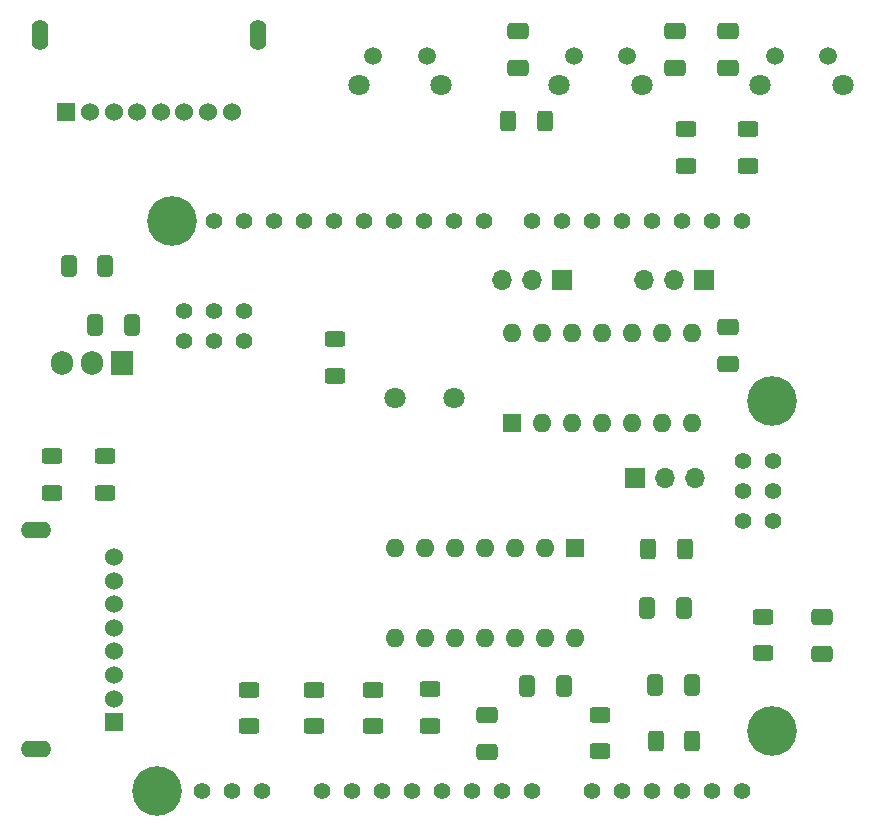
<source format=gbr>
%TF.GenerationSoftware,KiCad,Pcbnew,8.0.2*%
%TF.CreationDate,2024-04-30T14:50:30+02:00*%
%TF.ProjectId,Bachelor Shield,42616368-656c-46f7-9220-536869656c64,1.0*%
%TF.SameCoordinates,Original*%
%TF.FileFunction,Soldermask,Top*%
%TF.FilePolarity,Negative*%
%FSLAX46Y46*%
G04 Gerber Fmt 4.6, Leading zero omitted, Abs format (unit mm)*
G04 Created by KiCad (PCBNEW 8.0.2) date 2024-04-30 14:50:30*
%MOMM*%
%LPD*%
G01*
G04 APERTURE LIST*
G04 Aperture macros list*
%AMRoundRect*
0 Rectangle with rounded corners*
0 $1 Rounding radius*
0 $2 $3 $4 $5 $6 $7 $8 $9 X,Y pos of 4 corners*
0 Add a 4 corners polygon primitive as box body*
4,1,4,$2,$3,$4,$5,$6,$7,$8,$9,$2,$3,0*
0 Add four circle primitives for the rounded corners*
1,1,$1+$1,$2,$3*
1,1,$1+$1,$4,$5*
1,1,$1+$1,$6,$7*
1,1,$1+$1,$8,$9*
0 Add four rect primitives between the rounded corners*
20,1,$1+$1,$2,$3,$4,$5,0*
20,1,$1+$1,$4,$5,$6,$7,0*
20,1,$1+$1,$6,$7,$8,$9,0*
20,1,$1+$1,$8,$9,$2,$3,0*%
G04 Aperture macros list end*
%ADD10R,1.700000X1.700000*%
%ADD11O,1.700000X1.700000*%
%ADD12RoundRect,0.250000X0.412500X0.650000X-0.412500X0.650000X-0.412500X-0.650000X0.412500X-0.650000X0*%
%ADD13RoundRect,0.250000X-0.650000X0.412500X-0.650000X-0.412500X0.650000X-0.412500X0.650000X0.412500X0*%
%ADD14C,1.498600*%
%ADD15C,1.803400*%
%ADD16RoundRect,0.250000X0.400000X0.625000X-0.400000X0.625000X-0.400000X-0.625000X0.400000X-0.625000X0*%
%ADD17RoundRect,0.250000X0.625000X-0.400000X0.625000X0.400000X-0.625000X0.400000X-0.625000X-0.400000X0*%
%ADD18C,1.422000*%
%ADD19R,1.600000X1.600000*%
%ADD20O,1.600000X1.600000*%
%ADD21R,1.524000X1.524000*%
%ADD22C,1.524000*%
%ADD23O,2.600000X1.400000*%
%ADD24O,1.400000X2.600000*%
%ADD25RoundRect,0.250000X-0.625000X0.400000X-0.625000X-0.400000X0.625000X-0.400000X0.625000X0.400000X0*%
%ADD26RoundRect,0.250000X-0.412500X-0.650000X0.412500X-0.650000X0.412500X0.650000X-0.412500X0.650000X0*%
%ADD27C,4.199890*%
%ADD28R,1.905000X2.000000*%
%ADD29O,1.905000X2.000000*%
%ADD30RoundRect,0.250000X0.650000X-0.412500X0.650000X0.412500X-0.650000X0.412500X-0.650000X-0.412500X0*%
G04 APERTURE END LIST*
D10*
%TO.C,J4*%
X128170000Y-84750000D03*
D11*
X130710000Y-84750000D03*
X133250000Y-84750000D03*
%TD*%
D12*
%TO.C,C4*%
X122162500Y-102400000D03*
X119037500Y-102400000D03*
%TD*%
%TO.C,C6*%
X132300000Y-95750000D03*
X129175000Y-95750000D03*
%TD*%
D13*
%TO.C,C9*%
X136000000Y-46937500D03*
X136000000Y-50062500D03*
%TD*%
D14*
%TO.C,SW3*%
X127500000Y-49000000D03*
X122999999Y-49000000D03*
D15*
X128755000Y-51490299D03*
X121744999Y-51490299D03*
%TD*%
D13*
%TO.C,C3*%
X115600000Y-104800000D03*
X115600000Y-107925000D03*
%TD*%
D16*
%TO.C,R11*%
X120500000Y-54500000D03*
X117400000Y-54500000D03*
%TD*%
D17*
%TO.C,R13*%
X132500000Y-58300000D03*
X132500000Y-55200000D03*
%TD*%
D12*
%TO.C,C1*%
X85562500Y-71800000D03*
X82437500Y-71800000D03*
%TD*%
D18*
%TO.C,U1*%
X91474990Y-111277510D03*
X94014990Y-111277510D03*
X96554990Y-111277510D03*
%TD*%
D19*
%TO.C,U9*%
X123090000Y-90637500D03*
D20*
X120550000Y-90637500D03*
X118010000Y-90637500D03*
X115470000Y-90637500D03*
X112930000Y-90637500D03*
X110390000Y-90637500D03*
X107850000Y-90637500D03*
X107850000Y-98257500D03*
X110390000Y-98257500D03*
X112930000Y-98257500D03*
X115470000Y-98257500D03*
X118010000Y-98257500D03*
X120550000Y-98257500D03*
X123090000Y-98257500D03*
%TD*%
D17*
%TO.C,R10*%
X139000000Y-99600000D03*
X139000000Y-96500000D03*
%TD*%
D21*
%TO.C,J2*%
X84000000Y-105437500D03*
D22*
X84000000Y-103437500D03*
X84000000Y-101437500D03*
X84000000Y-99437500D03*
X84000000Y-97437500D03*
X84000000Y-95437500D03*
X84000000Y-93437500D03*
X84000000Y-91437500D03*
D23*
X77450000Y-107687500D03*
X77450000Y-89187500D03*
%TD*%
D17*
%TO.C,R2*%
X101000000Y-105787500D03*
X101000000Y-102687500D03*
%TD*%
D19*
%TO.C,U10*%
X117760000Y-80120000D03*
D20*
X120300000Y-80120000D03*
X122840000Y-80120000D03*
X125380000Y-80120000D03*
X127920000Y-80120000D03*
X130460000Y-80120000D03*
X133000000Y-80120000D03*
X133000000Y-72500000D03*
X130460000Y-72500000D03*
X127920000Y-72500000D03*
X125380000Y-72500000D03*
X122840000Y-72500000D03*
X120300000Y-72500000D03*
X117760000Y-72500000D03*
%TD*%
D21*
%TO.C,J3*%
X80000000Y-53800000D03*
D22*
X82000000Y-53800000D03*
X84000000Y-53800000D03*
X86000000Y-53800000D03*
X88000000Y-53800000D03*
X90000000Y-53800000D03*
X92000000Y-53800000D03*
X94000000Y-53800000D03*
D24*
X77750000Y-47250000D03*
X96250000Y-47250000D03*
%TD*%
D13*
%TO.C,C8*%
X118250000Y-46875000D03*
X118250000Y-50000000D03*
%TD*%
D16*
%TO.C,R9*%
X132350000Y-90750000D03*
X129250000Y-90750000D03*
%TD*%
D10*
%TO.C,J6*%
X122000000Y-68000000D03*
D11*
X119460000Y-68000000D03*
X116920000Y-68000000D03*
%TD*%
D18*
%TO.C,U5*%
X137301990Y-83352510D03*
X139841990Y-83352510D03*
X137301990Y-85892510D03*
X139841990Y-85892510D03*
X137301990Y-88432510D03*
X139841990Y-88432510D03*
%TD*%
D25*
%TO.C,R5*%
X83250000Y-82900000D03*
X83250000Y-86000000D03*
%TD*%
D13*
%TO.C,C10*%
X131500000Y-46937500D03*
X131500000Y-50062500D03*
%TD*%
D26*
%TO.C,C2*%
X80187500Y-66800000D03*
X83312500Y-66800000D03*
%TD*%
D17*
%TO.C,R3*%
X95500000Y-105787500D03*
X95500000Y-102687500D03*
%TD*%
D10*
%TO.C,J5*%
X134025000Y-68000000D03*
D11*
X131485000Y-68000000D03*
X128945000Y-68000000D03*
%TD*%
D14*
%TO.C,SW1*%
X110500000Y-49000000D03*
X105999999Y-49000000D03*
D15*
X111755000Y-51490299D03*
X104744999Y-51490299D03*
%TD*%
D17*
%TO.C,R6*%
X110800000Y-105750000D03*
X110800000Y-102650000D03*
%TD*%
%TO.C,R1*%
X106000000Y-105787500D03*
X106000000Y-102687500D03*
%TD*%
D27*
%TO.C,H1*%
X139720000Y-78257510D03*
%TD*%
D25*
%TO.C,R4*%
X78750000Y-82900000D03*
X78750000Y-86000000D03*
%TD*%
D17*
%TO.C,R14*%
X102750000Y-76100000D03*
X102750000Y-73000000D03*
%TD*%
%TO.C,R7*%
X125200000Y-107900000D03*
X125200000Y-104800000D03*
%TD*%
D18*
%TO.C,U7*%
X119399990Y-63017510D03*
X121939990Y-63017510D03*
X124479990Y-63017510D03*
X127019990Y-63017510D03*
X129559990Y-63017510D03*
X132099990Y-63017510D03*
X134639990Y-63017510D03*
X137179990Y-63017510D03*
%TD*%
D28*
%TO.C,U8*%
X84750000Y-75000000D03*
D29*
X82210000Y-75000000D03*
X79670000Y-75000000D03*
%TD*%
D18*
%TO.C,U6*%
X92476000Y-63017500D03*
X95016000Y-63017500D03*
X97556000Y-63017500D03*
X100096000Y-63017500D03*
X102636000Y-63017500D03*
X105176000Y-63017500D03*
X107716000Y-63017500D03*
X110256000Y-63017500D03*
X112796000Y-63017500D03*
X115336000Y-63017500D03*
%TD*%
D27*
%TO.C,H4*%
X87650000Y-111277500D03*
%TD*%
D18*
%TO.C,U3*%
X124480000Y-111277500D03*
X127020000Y-111277500D03*
X129560000Y-111277500D03*
X132100000Y-111277500D03*
X134640000Y-111277500D03*
X137180000Y-111277500D03*
%TD*%
%TO.C,U2*%
X101620000Y-111277500D03*
X104160000Y-111277500D03*
X106700000Y-111277500D03*
X109240000Y-111277500D03*
X111780000Y-111277500D03*
X114320000Y-111277500D03*
X116860000Y-111277500D03*
X119400000Y-111277500D03*
%TD*%
D13*
%TO.C,C12*%
X136000000Y-72000000D03*
X136000000Y-75125000D03*
%TD*%
D30*
%TO.C,C7*%
X144000000Y-99625000D03*
X144000000Y-96500000D03*
%TD*%
D15*
%TO.C,J1*%
X107854900Y-78000000D03*
X112854900Y-78000000D03*
%TD*%
D12*
%TO.C,C5*%
X133000000Y-102250000D03*
X129875000Y-102250000D03*
%TD*%
D14*
%TO.C,SW2*%
X144500000Y-49000000D03*
X139999999Y-49000000D03*
D15*
X145755000Y-51490299D03*
X138744999Y-51490299D03*
%TD*%
D27*
%TO.C,H2*%
X88919990Y-63017510D03*
%TD*%
D16*
%TO.C,R8*%
X133000000Y-107000000D03*
X129900000Y-107000000D03*
%TD*%
D17*
%TO.C,R12*%
X137750000Y-58300000D03*
X137750000Y-55200000D03*
%TD*%
D18*
%TO.C,U4*%
X95016000Y-70586700D03*
X95016000Y-73126700D03*
X92476000Y-70586700D03*
X92476000Y-73126700D03*
X89936000Y-70586700D03*
X89936000Y-73126700D03*
%TD*%
D27*
%TO.C,H3*%
X139720000Y-106197500D03*
%TD*%
M02*

</source>
